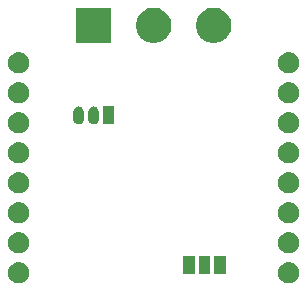
<source format=gbr>
G04 #@! TF.GenerationSoftware,KiCad,Pcbnew,(5.1.5)-3*
G04 #@! TF.CreationDate,2020-01-07T22:17:17+01:00*
G04 #@! TF.ProjectId,WirelessDS18B20,57697265-6c65-4737-9344-533138423230,rev?*
G04 #@! TF.SameCoordinates,Original*
G04 #@! TF.FileFunction,Soldermask,Top*
G04 #@! TF.FilePolarity,Negative*
%FSLAX46Y46*%
G04 Gerber Fmt 4.6, Leading zero omitted, Abs format (unit mm)*
G04 Created by KiCad (PCBNEW (5.1.5)-3) date 2020-01-07 22:17:17*
%MOMM*%
%LPD*%
G04 APERTURE LIST*
%ADD10C,0.100000*%
G04 APERTURE END LIST*
D10*
G36*
X47887520Y-48664586D02*
G01*
X48051310Y-48732430D01*
X48198717Y-48830924D01*
X48324076Y-48956283D01*
X48422570Y-49103690D01*
X48490414Y-49267480D01*
X48525000Y-49441358D01*
X48525000Y-49618642D01*
X48490414Y-49792520D01*
X48422570Y-49956310D01*
X48324076Y-50103717D01*
X48198717Y-50229076D01*
X48051310Y-50327570D01*
X48051309Y-50327571D01*
X48051308Y-50327571D01*
X47887520Y-50395414D01*
X47713644Y-50430000D01*
X47536356Y-50430000D01*
X47362480Y-50395414D01*
X47198692Y-50327571D01*
X47198691Y-50327571D01*
X47198690Y-50327570D01*
X47051283Y-50229076D01*
X46925924Y-50103717D01*
X46827430Y-49956310D01*
X46759586Y-49792520D01*
X46725000Y-49618642D01*
X46725000Y-49441358D01*
X46759586Y-49267480D01*
X46827430Y-49103690D01*
X46925924Y-48956283D01*
X47051283Y-48830924D01*
X47198690Y-48732430D01*
X47362480Y-48664586D01*
X47536356Y-48630000D01*
X47713644Y-48630000D01*
X47887520Y-48664586D01*
G37*
G36*
X25027520Y-48664586D02*
G01*
X25191310Y-48732430D01*
X25338717Y-48830924D01*
X25464076Y-48956283D01*
X25562570Y-49103690D01*
X25630414Y-49267480D01*
X25665000Y-49441358D01*
X25665000Y-49618642D01*
X25630414Y-49792520D01*
X25562570Y-49956310D01*
X25464076Y-50103717D01*
X25338717Y-50229076D01*
X25191310Y-50327570D01*
X25191309Y-50327571D01*
X25191308Y-50327571D01*
X25027520Y-50395414D01*
X24853644Y-50430000D01*
X24676356Y-50430000D01*
X24502480Y-50395414D01*
X24338692Y-50327571D01*
X24338691Y-50327571D01*
X24338690Y-50327570D01*
X24191283Y-50229076D01*
X24065924Y-50103717D01*
X23967430Y-49956310D01*
X23899586Y-49792520D01*
X23865000Y-49618642D01*
X23865000Y-49441358D01*
X23899586Y-49267480D01*
X23967430Y-49103690D01*
X24065924Y-48956283D01*
X24191283Y-48830924D01*
X24338690Y-48732430D01*
X24502480Y-48664586D01*
X24676356Y-48630000D01*
X24853644Y-48630000D01*
X25027520Y-48664586D01*
G37*
G36*
X41013000Y-49645000D02*
G01*
X40013000Y-49645000D01*
X40013000Y-48145000D01*
X41013000Y-48145000D01*
X41013000Y-49645000D01*
G37*
G36*
X42313000Y-49645000D02*
G01*
X41313000Y-49645000D01*
X41313000Y-48145000D01*
X42313000Y-48145000D01*
X42313000Y-49645000D01*
G37*
G36*
X39713000Y-49645000D02*
G01*
X38713000Y-49645000D01*
X38713000Y-48145000D01*
X39713000Y-48145000D01*
X39713000Y-49645000D01*
G37*
G36*
X25027520Y-46124586D02*
G01*
X25191310Y-46192430D01*
X25338717Y-46290924D01*
X25464076Y-46416283D01*
X25562570Y-46563690D01*
X25630414Y-46727480D01*
X25665000Y-46901358D01*
X25665000Y-47078642D01*
X25630414Y-47252520D01*
X25562570Y-47416310D01*
X25464076Y-47563717D01*
X25338717Y-47689076D01*
X25191310Y-47787570D01*
X25191309Y-47787571D01*
X25191308Y-47787571D01*
X25027520Y-47855414D01*
X24853644Y-47890000D01*
X24676356Y-47890000D01*
X24502480Y-47855414D01*
X24338692Y-47787571D01*
X24338691Y-47787571D01*
X24338690Y-47787570D01*
X24191283Y-47689076D01*
X24065924Y-47563717D01*
X23967430Y-47416310D01*
X23899586Y-47252520D01*
X23865000Y-47078642D01*
X23865000Y-46901358D01*
X23899586Y-46727480D01*
X23967430Y-46563690D01*
X24065924Y-46416283D01*
X24191283Y-46290924D01*
X24338690Y-46192430D01*
X24502480Y-46124586D01*
X24676356Y-46090000D01*
X24853644Y-46090000D01*
X25027520Y-46124586D01*
G37*
G36*
X47887520Y-46124586D02*
G01*
X48051310Y-46192430D01*
X48198717Y-46290924D01*
X48324076Y-46416283D01*
X48422570Y-46563690D01*
X48490414Y-46727480D01*
X48525000Y-46901358D01*
X48525000Y-47078642D01*
X48490414Y-47252520D01*
X48422570Y-47416310D01*
X48324076Y-47563717D01*
X48198717Y-47689076D01*
X48051310Y-47787570D01*
X48051309Y-47787571D01*
X48051308Y-47787571D01*
X47887520Y-47855414D01*
X47713644Y-47890000D01*
X47536356Y-47890000D01*
X47362480Y-47855414D01*
X47198692Y-47787571D01*
X47198691Y-47787571D01*
X47198690Y-47787570D01*
X47051283Y-47689076D01*
X46925924Y-47563717D01*
X46827430Y-47416310D01*
X46759586Y-47252520D01*
X46725000Y-47078642D01*
X46725000Y-46901358D01*
X46759586Y-46727480D01*
X46827430Y-46563690D01*
X46925924Y-46416283D01*
X47051283Y-46290924D01*
X47198690Y-46192430D01*
X47362480Y-46124586D01*
X47536356Y-46090000D01*
X47713644Y-46090000D01*
X47887520Y-46124586D01*
G37*
G36*
X47887520Y-43584586D02*
G01*
X48051310Y-43652430D01*
X48198717Y-43750924D01*
X48324076Y-43876283D01*
X48422570Y-44023690D01*
X48490414Y-44187480D01*
X48525000Y-44361358D01*
X48525000Y-44538642D01*
X48490414Y-44712520D01*
X48422570Y-44876310D01*
X48324076Y-45023717D01*
X48198717Y-45149076D01*
X48051310Y-45247570D01*
X48051309Y-45247571D01*
X48051308Y-45247571D01*
X47887520Y-45315414D01*
X47713644Y-45350000D01*
X47536356Y-45350000D01*
X47362480Y-45315414D01*
X47198692Y-45247571D01*
X47198691Y-45247571D01*
X47198690Y-45247570D01*
X47051283Y-45149076D01*
X46925924Y-45023717D01*
X46827430Y-44876310D01*
X46759586Y-44712520D01*
X46725000Y-44538642D01*
X46725000Y-44361358D01*
X46759586Y-44187480D01*
X46827430Y-44023690D01*
X46925924Y-43876283D01*
X47051283Y-43750924D01*
X47198690Y-43652430D01*
X47362480Y-43584586D01*
X47536356Y-43550000D01*
X47713644Y-43550000D01*
X47887520Y-43584586D01*
G37*
G36*
X25027520Y-43584586D02*
G01*
X25191310Y-43652430D01*
X25338717Y-43750924D01*
X25464076Y-43876283D01*
X25562570Y-44023690D01*
X25630414Y-44187480D01*
X25665000Y-44361358D01*
X25665000Y-44538642D01*
X25630414Y-44712520D01*
X25562570Y-44876310D01*
X25464076Y-45023717D01*
X25338717Y-45149076D01*
X25191310Y-45247570D01*
X25191309Y-45247571D01*
X25191308Y-45247571D01*
X25027520Y-45315414D01*
X24853644Y-45350000D01*
X24676356Y-45350000D01*
X24502480Y-45315414D01*
X24338692Y-45247571D01*
X24338691Y-45247571D01*
X24338690Y-45247570D01*
X24191283Y-45149076D01*
X24065924Y-45023717D01*
X23967430Y-44876310D01*
X23899586Y-44712520D01*
X23865000Y-44538642D01*
X23865000Y-44361358D01*
X23899586Y-44187480D01*
X23967430Y-44023690D01*
X24065924Y-43876283D01*
X24191283Y-43750924D01*
X24338690Y-43652430D01*
X24502480Y-43584586D01*
X24676356Y-43550000D01*
X24853644Y-43550000D01*
X25027520Y-43584586D01*
G37*
G36*
X47887520Y-41044586D02*
G01*
X48051310Y-41112430D01*
X48198717Y-41210924D01*
X48324076Y-41336283D01*
X48422570Y-41483690D01*
X48490414Y-41647480D01*
X48525000Y-41821358D01*
X48525000Y-41998642D01*
X48490414Y-42172520D01*
X48422570Y-42336310D01*
X48324076Y-42483717D01*
X48198717Y-42609076D01*
X48051310Y-42707570D01*
X48051309Y-42707571D01*
X48051308Y-42707571D01*
X47887520Y-42775414D01*
X47713644Y-42810000D01*
X47536356Y-42810000D01*
X47362480Y-42775414D01*
X47198692Y-42707571D01*
X47198691Y-42707571D01*
X47198690Y-42707570D01*
X47051283Y-42609076D01*
X46925924Y-42483717D01*
X46827430Y-42336310D01*
X46759586Y-42172520D01*
X46725000Y-41998642D01*
X46725000Y-41821358D01*
X46759586Y-41647480D01*
X46827430Y-41483690D01*
X46925924Y-41336283D01*
X47051283Y-41210924D01*
X47198690Y-41112430D01*
X47362480Y-41044586D01*
X47536356Y-41010000D01*
X47713644Y-41010000D01*
X47887520Y-41044586D01*
G37*
G36*
X25027520Y-41044586D02*
G01*
X25191310Y-41112430D01*
X25338717Y-41210924D01*
X25464076Y-41336283D01*
X25562570Y-41483690D01*
X25630414Y-41647480D01*
X25665000Y-41821358D01*
X25665000Y-41998642D01*
X25630414Y-42172520D01*
X25562570Y-42336310D01*
X25464076Y-42483717D01*
X25338717Y-42609076D01*
X25191310Y-42707570D01*
X25191309Y-42707571D01*
X25191308Y-42707571D01*
X25027520Y-42775414D01*
X24853644Y-42810000D01*
X24676356Y-42810000D01*
X24502480Y-42775414D01*
X24338692Y-42707571D01*
X24338691Y-42707571D01*
X24338690Y-42707570D01*
X24191283Y-42609076D01*
X24065924Y-42483717D01*
X23967430Y-42336310D01*
X23899586Y-42172520D01*
X23865000Y-41998642D01*
X23865000Y-41821358D01*
X23899586Y-41647480D01*
X23967430Y-41483690D01*
X24065924Y-41336283D01*
X24191283Y-41210924D01*
X24338690Y-41112430D01*
X24502480Y-41044586D01*
X24676356Y-41010000D01*
X24853644Y-41010000D01*
X25027520Y-41044586D01*
G37*
G36*
X47887520Y-38504586D02*
G01*
X48051310Y-38572430D01*
X48198717Y-38670924D01*
X48324076Y-38796283D01*
X48422570Y-38943690D01*
X48490414Y-39107480D01*
X48525000Y-39281358D01*
X48525000Y-39458642D01*
X48490414Y-39632520D01*
X48422570Y-39796310D01*
X48324076Y-39943717D01*
X48198717Y-40069076D01*
X48051310Y-40167570D01*
X48051309Y-40167571D01*
X48051308Y-40167571D01*
X47887520Y-40235414D01*
X47713644Y-40270000D01*
X47536356Y-40270000D01*
X47362480Y-40235414D01*
X47198692Y-40167571D01*
X47198691Y-40167571D01*
X47198690Y-40167570D01*
X47051283Y-40069076D01*
X46925924Y-39943717D01*
X46827430Y-39796310D01*
X46759586Y-39632520D01*
X46725000Y-39458642D01*
X46725000Y-39281358D01*
X46759586Y-39107480D01*
X46827430Y-38943690D01*
X46925924Y-38796283D01*
X47051283Y-38670924D01*
X47198690Y-38572430D01*
X47362480Y-38504586D01*
X47536356Y-38470000D01*
X47713644Y-38470000D01*
X47887520Y-38504586D01*
G37*
G36*
X25027520Y-38504586D02*
G01*
X25191310Y-38572430D01*
X25338717Y-38670924D01*
X25464076Y-38796283D01*
X25562570Y-38943690D01*
X25630414Y-39107480D01*
X25665000Y-39281358D01*
X25665000Y-39458642D01*
X25630414Y-39632520D01*
X25562570Y-39796310D01*
X25464076Y-39943717D01*
X25338717Y-40069076D01*
X25191310Y-40167570D01*
X25191309Y-40167571D01*
X25191308Y-40167571D01*
X25027520Y-40235414D01*
X24853644Y-40270000D01*
X24676356Y-40270000D01*
X24502480Y-40235414D01*
X24338692Y-40167571D01*
X24338691Y-40167571D01*
X24338690Y-40167570D01*
X24191283Y-40069076D01*
X24065924Y-39943717D01*
X23967430Y-39796310D01*
X23899586Y-39632520D01*
X23865000Y-39458642D01*
X23865000Y-39281358D01*
X23899586Y-39107480D01*
X23967430Y-38943690D01*
X24065924Y-38796283D01*
X24191283Y-38670924D01*
X24338690Y-38572430D01*
X24502480Y-38504586D01*
X24676356Y-38470000D01*
X24853644Y-38470000D01*
X25027520Y-38504586D01*
G37*
G36*
X25027520Y-35964586D02*
G01*
X25191310Y-36032430D01*
X25338717Y-36130924D01*
X25464076Y-36256283D01*
X25562570Y-36403690D01*
X25562571Y-36403692D01*
X25630414Y-36567480D01*
X25665000Y-36741356D01*
X25665000Y-36918644D01*
X25659757Y-36945000D01*
X25630414Y-37092520D01*
X25562570Y-37256310D01*
X25464076Y-37403717D01*
X25338717Y-37529076D01*
X25191310Y-37627570D01*
X25191309Y-37627571D01*
X25191308Y-37627571D01*
X25027520Y-37695414D01*
X24853644Y-37730000D01*
X24676356Y-37730000D01*
X24502480Y-37695414D01*
X24338692Y-37627571D01*
X24338691Y-37627571D01*
X24338690Y-37627570D01*
X24191283Y-37529076D01*
X24065924Y-37403717D01*
X23967430Y-37256310D01*
X23899586Y-37092520D01*
X23870243Y-36945000D01*
X23865000Y-36918644D01*
X23865000Y-36741356D01*
X23899586Y-36567480D01*
X23967429Y-36403692D01*
X23967430Y-36403690D01*
X24065924Y-36256283D01*
X24191283Y-36130924D01*
X24338690Y-36032430D01*
X24502480Y-35964586D01*
X24676356Y-35930000D01*
X24853644Y-35930000D01*
X25027520Y-35964586D01*
G37*
G36*
X47887520Y-35964586D02*
G01*
X48051310Y-36032430D01*
X48198717Y-36130924D01*
X48324076Y-36256283D01*
X48422570Y-36403690D01*
X48422571Y-36403692D01*
X48490414Y-36567480D01*
X48525000Y-36741356D01*
X48525000Y-36918644D01*
X48519757Y-36945000D01*
X48490414Y-37092520D01*
X48422570Y-37256310D01*
X48324076Y-37403717D01*
X48198717Y-37529076D01*
X48051310Y-37627570D01*
X48051309Y-37627571D01*
X48051308Y-37627571D01*
X47887520Y-37695414D01*
X47713644Y-37730000D01*
X47536356Y-37730000D01*
X47362480Y-37695414D01*
X47198692Y-37627571D01*
X47198691Y-37627571D01*
X47198690Y-37627570D01*
X47051283Y-37529076D01*
X46925924Y-37403717D01*
X46827430Y-37256310D01*
X46759586Y-37092520D01*
X46730243Y-36945000D01*
X46725000Y-36918644D01*
X46725000Y-36741356D01*
X46759586Y-36567480D01*
X46827429Y-36403692D01*
X46827430Y-36403690D01*
X46925924Y-36256283D01*
X47051283Y-36130924D01*
X47198690Y-36032430D01*
X47362480Y-35964586D01*
X47536356Y-35930000D01*
X47713644Y-35930000D01*
X47887520Y-35964586D01*
G37*
G36*
X29933214Y-35451511D02*
G01*
X30018040Y-35477243D01*
X30018042Y-35477244D01*
X30096214Y-35519028D01*
X30164738Y-35575263D01*
X30220972Y-35643785D01*
X30262756Y-35721957D01*
X30262757Y-35721959D01*
X30288489Y-35806785D01*
X30295000Y-35872895D01*
X30295000Y-36517105D01*
X30288489Y-36583215D01*
X30262757Y-36668041D01*
X30262756Y-36668043D01*
X30220972Y-36746215D01*
X30164738Y-36814738D01*
X30096215Y-36870972D01*
X30018043Y-36912756D01*
X30018041Y-36912757D01*
X29933215Y-36938489D01*
X29845000Y-36947177D01*
X29756786Y-36938489D01*
X29671960Y-36912757D01*
X29671958Y-36912756D01*
X29593786Y-36870972D01*
X29525263Y-36814738D01*
X29469030Y-36746217D01*
X29427243Y-36668041D01*
X29401511Y-36583213D01*
X29395000Y-36517106D01*
X29395000Y-35872895D01*
X29401511Y-35806788D01*
X29401511Y-35806786D01*
X29427243Y-35721960D01*
X29469029Y-35643785D01*
X29469030Y-35643784D01*
X29525263Y-35575262D01*
X29593785Y-35519028D01*
X29671957Y-35477244D01*
X29671959Y-35477243D01*
X29756785Y-35451511D01*
X29845000Y-35442823D01*
X29933214Y-35451511D01*
G37*
G36*
X31203214Y-35451511D02*
G01*
X31288040Y-35477243D01*
X31288042Y-35477244D01*
X31366214Y-35519028D01*
X31434738Y-35575263D01*
X31490972Y-35643785D01*
X31532756Y-35721957D01*
X31532757Y-35721959D01*
X31558489Y-35806785D01*
X31565000Y-35872895D01*
X31565000Y-36517105D01*
X31558489Y-36583215D01*
X31532757Y-36668041D01*
X31532756Y-36668043D01*
X31490972Y-36746215D01*
X31434738Y-36814738D01*
X31366215Y-36870972D01*
X31288043Y-36912756D01*
X31288041Y-36912757D01*
X31203215Y-36938489D01*
X31115000Y-36947177D01*
X31026786Y-36938489D01*
X30941960Y-36912757D01*
X30941958Y-36912756D01*
X30863786Y-36870972D01*
X30795263Y-36814738D01*
X30739030Y-36746217D01*
X30697243Y-36668041D01*
X30671511Y-36583213D01*
X30665000Y-36517106D01*
X30665000Y-35872895D01*
X30671511Y-35806788D01*
X30671511Y-35806786D01*
X30697243Y-35721960D01*
X30739029Y-35643785D01*
X30739030Y-35643784D01*
X30795263Y-35575262D01*
X30863785Y-35519028D01*
X30941957Y-35477244D01*
X30941959Y-35477243D01*
X31026785Y-35451511D01*
X31115000Y-35442823D01*
X31203214Y-35451511D01*
G37*
G36*
X32835000Y-36945000D02*
G01*
X31935000Y-36945000D01*
X31935000Y-35445000D01*
X32835000Y-35445000D01*
X32835000Y-36945000D01*
G37*
G36*
X47887520Y-33424586D02*
G01*
X48051310Y-33492430D01*
X48198717Y-33590924D01*
X48324076Y-33716283D01*
X48422570Y-33863690D01*
X48490414Y-34027480D01*
X48525000Y-34201358D01*
X48525000Y-34378642D01*
X48490414Y-34552520D01*
X48422570Y-34716310D01*
X48324076Y-34863717D01*
X48198717Y-34989076D01*
X48051310Y-35087570D01*
X48051309Y-35087571D01*
X48051308Y-35087571D01*
X47887520Y-35155414D01*
X47713644Y-35190000D01*
X47536356Y-35190000D01*
X47362480Y-35155414D01*
X47198692Y-35087571D01*
X47198691Y-35087571D01*
X47198690Y-35087570D01*
X47051283Y-34989076D01*
X46925924Y-34863717D01*
X46827430Y-34716310D01*
X46759586Y-34552520D01*
X46725000Y-34378642D01*
X46725000Y-34201358D01*
X46759586Y-34027480D01*
X46827430Y-33863690D01*
X46925924Y-33716283D01*
X47051283Y-33590924D01*
X47198690Y-33492430D01*
X47362480Y-33424586D01*
X47536356Y-33390000D01*
X47713644Y-33390000D01*
X47887520Y-33424586D01*
G37*
G36*
X25027520Y-33424586D02*
G01*
X25191310Y-33492430D01*
X25338717Y-33590924D01*
X25464076Y-33716283D01*
X25562570Y-33863690D01*
X25630414Y-34027480D01*
X25665000Y-34201358D01*
X25665000Y-34378642D01*
X25630414Y-34552520D01*
X25562570Y-34716310D01*
X25464076Y-34863717D01*
X25338717Y-34989076D01*
X25191310Y-35087570D01*
X25191309Y-35087571D01*
X25191308Y-35087571D01*
X25027520Y-35155414D01*
X24853644Y-35190000D01*
X24676356Y-35190000D01*
X24502480Y-35155414D01*
X24338692Y-35087571D01*
X24338691Y-35087571D01*
X24338690Y-35087570D01*
X24191283Y-34989076D01*
X24065924Y-34863717D01*
X23967430Y-34716310D01*
X23899586Y-34552520D01*
X23865000Y-34378642D01*
X23865000Y-34201358D01*
X23899586Y-34027480D01*
X23967430Y-33863690D01*
X24065924Y-33716283D01*
X24191283Y-33590924D01*
X24338690Y-33492430D01*
X24502480Y-33424586D01*
X24676356Y-33390000D01*
X24853644Y-33390000D01*
X25027520Y-33424586D01*
G37*
G36*
X47887520Y-30884586D02*
G01*
X48051310Y-30952430D01*
X48198717Y-31050924D01*
X48324076Y-31176283D01*
X48422570Y-31323690D01*
X48490414Y-31487480D01*
X48525000Y-31661358D01*
X48525000Y-31838642D01*
X48490414Y-32012520D01*
X48422570Y-32176310D01*
X48324076Y-32323717D01*
X48198717Y-32449076D01*
X48051310Y-32547570D01*
X48051309Y-32547571D01*
X48051308Y-32547571D01*
X47887520Y-32615414D01*
X47713644Y-32650000D01*
X47536356Y-32650000D01*
X47362480Y-32615414D01*
X47198692Y-32547571D01*
X47198691Y-32547571D01*
X47198690Y-32547570D01*
X47051283Y-32449076D01*
X46925924Y-32323717D01*
X46827430Y-32176310D01*
X46759586Y-32012520D01*
X46725000Y-31838642D01*
X46725000Y-31661358D01*
X46759586Y-31487480D01*
X46827430Y-31323690D01*
X46925924Y-31176283D01*
X47051283Y-31050924D01*
X47198690Y-30952430D01*
X47362480Y-30884586D01*
X47536356Y-30850000D01*
X47713644Y-30850000D01*
X47887520Y-30884586D01*
G37*
G36*
X25027520Y-30884586D02*
G01*
X25191310Y-30952430D01*
X25338717Y-31050924D01*
X25464076Y-31176283D01*
X25562570Y-31323690D01*
X25630414Y-31487480D01*
X25665000Y-31661358D01*
X25665000Y-31838642D01*
X25630414Y-32012520D01*
X25562570Y-32176310D01*
X25464076Y-32323717D01*
X25338717Y-32449076D01*
X25191310Y-32547570D01*
X25191309Y-32547571D01*
X25191308Y-32547571D01*
X25027520Y-32615414D01*
X24853644Y-32650000D01*
X24676356Y-32650000D01*
X24502480Y-32615414D01*
X24338692Y-32547571D01*
X24338691Y-32547571D01*
X24338690Y-32547570D01*
X24191283Y-32449076D01*
X24065924Y-32323717D01*
X23967430Y-32176310D01*
X23899586Y-32012520D01*
X23865000Y-31838642D01*
X23865000Y-31661358D01*
X23899586Y-31487480D01*
X23967430Y-31323690D01*
X24065924Y-31176283D01*
X24191283Y-31050924D01*
X24338690Y-30952430D01*
X24502480Y-30884586D01*
X24676356Y-30850000D01*
X24853644Y-30850000D01*
X25027520Y-30884586D01*
G37*
G36*
X36632534Y-27132643D02*
G01*
X36905515Y-27245716D01*
X36905517Y-27245717D01*
X37029190Y-27328353D01*
X37151193Y-27409873D01*
X37360127Y-27618807D01*
X37524284Y-27864485D01*
X37637357Y-28137466D01*
X37695000Y-28427262D01*
X37695000Y-28722738D01*
X37637357Y-29012534D01*
X37524284Y-29285515D01*
X37524283Y-29285517D01*
X37360126Y-29531194D01*
X37151194Y-29740126D01*
X36905517Y-29904283D01*
X36905516Y-29904284D01*
X36905515Y-29904284D01*
X36632534Y-30017357D01*
X36342738Y-30075000D01*
X36047262Y-30075000D01*
X35757466Y-30017357D01*
X35484485Y-29904284D01*
X35484484Y-29904284D01*
X35484483Y-29904283D01*
X35238806Y-29740126D01*
X35029874Y-29531194D01*
X34865717Y-29285517D01*
X34865716Y-29285515D01*
X34752643Y-29012534D01*
X34695000Y-28722738D01*
X34695000Y-28427262D01*
X34752643Y-28137466D01*
X34865716Y-27864485D01*
X35029873Y-27618807D01*
X35238807Y-27409873D01*
X35360810Y-27328353D01*
X35484483Y-27245717D01*
X35484485Y-27245716D01*
X35757466Y-27132643D01*
X36047262Y-27075000D01*
X36342738Y-27075000D01*
X36632534Y-27132643D01*
G37*
G36*
X32615000Y-30075000D02*
G01*
X29615000Y-30075000D01*
X29615000Y-27075000D01*
X32615000Y-27075000D01*
X32615000Y-30075000D01*
G37*
G36*
X41712534Y-27132643D02*
G01*
X41985515Y-27245716D01*
X41985517Y-27245717D01*
X42109190Y-27328353D01*
X42231193Y-27409873D01*
X42440127Y-27618807D01*
X42604284Y-27864485D01*
X42717357Y-28137466D01*
X42775000Y-28427262D01*
X42775000Y-28722738D01*
X42717357Y-29012534D01*
X42604284Y-29285515D01*
X42604283Y-29285517D01*
X42440126Y-29531194D01*
X42231194Y-29740126D01*
X41985517Y-29904283D01*
X41985516Y-29904284D01*
X41985515Y-29904284D01*
X41712534Y-30017357D01*
X41422738Y-30075000D01*
X41127262Y-30075000D01*
X40837466Y-30017357D01*
X40564485Y-29904284D01*
X40564484Y-29904284D01*
X40564483Y-29904283D01*
X40318806Y-29740126D01*
X40109874Y-29531194D01*
X39945717Y-29285517D01*
X39945716Y-29285515D01*
X39832643Y-29012534D01*
X39775000Y-28722738D01*
X39775000Y-28427262D01*
X39832643Y-28137466D01*
X39945716Y-27864485D01*
X40109873Y-27618807D01*
X40318807Y-27409873D01*
X40440810Y-27328353D01*
X40564483Y-27245717D01*
X40564485Y-27245716D01*
X40837466Y-27132643D01*
X41127262Y-27075000D01*
X41422738Y-27075000D01*
X41712534Y-27132643D01*
G37*
M02*

</source>
